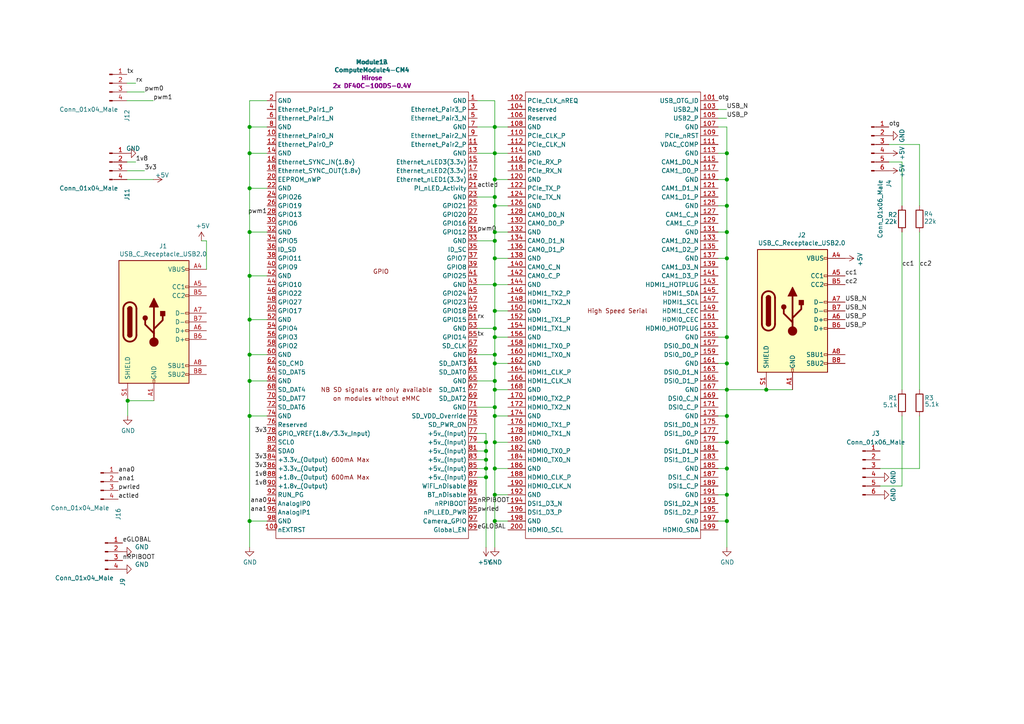
<source format=kicad_sch>
(kicad_sch (version 20250114) (generator "eeschema") (generator_version "9.0")
  (paper "A4")
  (lib_symbols
    (symbol "CM4IO:ComputeModule4-CM4"
      (property "Reference" "Module" (at -0.4572 -98.1964 0))
      (property "Value" "ComputeModule4-CM4" (at -0.762 -93.5228 0))
      (property "Field4" "Hirose" (at -32.3596 0 0))
      (property "Field5" "2x DF40C-100DS-0.4V" (at -32.3596 -2.54 0))
      (symbol "ComputeModule4-CM4_1_0"
        (text "GPIO" (at -32.3596 6.35 0) (effects (font (size 1.27 1.27))))
      )
      (symbol "ComputeModule4-CM4_1_1"
        (rectangle (start -62.8396 -71.12) (end -6.9596 58.42))
        (text "600mA Max" (at -41.2496 -48.26 0) (effects (font (size 1.27 1.27))))
        (text "600mA Max" (at -41.2496 -53.34 0) (effects (font (size 1.27 1.27))))
        (text "NB SD signals are only available" (at -33.6296 -27.94 0) (effects (font (size 1.27 1.27))))
        (text "on modules without eMMC" (at -33.6296 -30.48 0) (effects (font (size 1.27 1.27))))
        (pin power_in line (at -65.3796 55.88 0) (length 2.54) (name "GND") (number "2"))
        (pin passive line (at -65.3796 53.34 0) (length 2.54) (name "Ethernet_Pair1_P") (number "4"))
        (pin passive line (at -65.3796 50.8 0) (length 2.54) (name "Ethernet_Pair1_N") (number "6"))
        (pin power_in line (at -65.3796 48.26 0) (length 2.54) (name "GND") (number "8"))
        (pin passive line (at -65.3796 45.72 0) (length 2.54) (name "Ethernet_Pair0_N") (number "10"))
        (pin passive line (at -65.3796 43.18 0) (length 2.54) (name "Ethernet_Pair0_P") (number "12"))
        (pin power_in line (at -65.3796 40.64 0) (length 2.54) (name "GND") (number "14"))
        (pin input line (at -65.3796 38.1 0) (length 2.54) (name "Ethernet_SYNC_IN(1.8v)") (number "16"))
        (pin input line (at -65.3796 35.56 0) (length 2.54) (name "Ethernet_SYNC_OUT(1.8v)") (number "18"))
        (pin passive line (at -65.3796 33.02 0) (length 2.54) (name "EEPROM_nWP") (number "20"))
        (pin power_in line (at -65.3796 30.48 0) (length 2.54) (name "GND") (number "22"))
        (pin passive line (at -65.3796 27.94 0) (length 2.54) (name "GPIO26") (number "24"))
        (pin passive line (at -65.3796 25.4 0) (length 2.54) (name "GPIO19") (number "26"))
        (pin passive line (at -65.3796 22.86 0) (length 2.54) (name "GPIO13") (number "28"))
        (pin passive line (at -65.3796 20.32 0) (length 2.54) (name "GPIO6") (number "30"))
        (pin power_in line (at -65.3796 17.78 0) (length 2.54) (name "GND") (number "32"))
        (pin passive line (at -65.3796 15.24 0) (length 2.54) (name "GPIO5") (number "34"))
        (pin passive line (at -65.3796 12.7 0) (length 2.54) (name "ID_SD") (number "36"))
        (pin passive line (at -65.3796 10.16 0) (length 2.54) (name "GPIO11") (number "38"))
        (pin passive line (at -65.3796 7.62 0) (length 2.54) (name "GPIO9") (number "40"))
        (pin power_in line (at -65.3796 5.08 0) (length 2.54) (name "GND") (number "42"))
        (pin passive line (at -65.3796 2.54 0) (length 2.54) (name "GPIO10") (number "44"))
        (pin passive line (at -65.3796 0 0) (length 2.54) (name "GPIO22") (number "46"))
        (pin passive line (at -65.3796 -2.54 0) (length 2.54) (name "GPIO27") (number "48"))
        (pin passive line (at -65.3796 -5.08 0) (length 2.54) (name "GPIO17") (number "50"))
        (pin power_in line (at -65.3796 -7.62 0) (length 2.54) (name "GND") (number "52"))
        (pin passive line (at -65.3796 -10.16 0) (length 2.54) (name "GPIO4") (number "54"))
        (pin passive line (at -65.3796 -12.7 0) (length 2.54) (name "GPIO3") (number "56"))
        (pin passive line (at -65.3796 -15.24 0) (length 2.54) (name "GPIO2") (number "58"))
        (pin power_in line (at -65.3796 -17.78 0) (length 2.54) (name "GND") (number "60"))
        (pin passive line (at -65.3796 -20.32 0) (length 2.54) (name "SD_CMD") (number "62"))
        (pin passive line (at -65.3796 -22.86 0) (length 2.54) (name "SD_DAT5") (number "64"))
        (pin power_in line (at -65.3796 -25.4 0) (length 2.54) (name "GND") (number "66"))
        (pin passive line (at -65.3796 -27.94 0) (length 2.54) (name "SD_DAT4") (number "68"))
        (pin passive line (at -65.3796 -30.48 0) (length 2.54) (name "SD_DAT7") (number "70"))
        (pin passive line (at -65.3796 -33.02 0) (length 2.54) (name "SD_DAT6") (number "72"))
        (pin power_in line (at -65.3796 -35.56 0) (length 2.54) (name "GND") (number "74"))
        (pin passive line (at -65.3796 -38.1 0) (length 2.54) (name "Reserved") (number "76"))
        (pin power_in line (at -65.3796 -40.64 0) (length 2.54) (name "GPIO_VREF(1.8v/3.3v_Input)") (number "78"))
        (pin passive line (at -65.3796 -43.18 0) (length 2.54) (name "SCL0") (number "80"))
        (pin passive line (at -65.3796 -45.72 0) (length 2.54) (name "SDA0") (number "82"))
        (pin power_out line (at -65.3796 -48.26 0) (length 2.54) (name "+3.3v_(Output)") (number "84"))
        (pin power_out line (at -65.3796 -50.8 0) (length 2.54) (name "+3.3v_(Output)") (number "86"))
        (pin power_out line (at -65.3796 -53.34 0) (length 2.54) (name "+1.8v_(Output)") (number "88"))
        (pin power_out line (at -65.3796 -55.88 0) (length 2.54) (name "+1.8v_(Output)") (number "90"))
        (pin passive line (at -65.3796 -58.42 0) (length 2.54) (name "RUN_PG") (number "92"))
        (pin passive line (at -65.3796 -60.96 0) (length 2.54) (name "AnalogIP0") (number "94"))
        (pin passive line (at -65.3796 -63.5 0) (length 2.54) (name "AnalogIP1") (number "96"))
        (pin power_in line (at -65.3796 -66.04 0) (length 2.54) (name "GND") (number "98"))
        (pin output line (at -65.3796 -68.58 0) (length 2.54) (name "nEXTRST") (number "100"))
        (pin power_in line (at -4.4196 55.88 180) (length 2.54) (name "GND") (number "1"))
        (pin passive line (at -4.4196 53.34 180) (length 2.54) (name "Ethernet_Pair3_P") (number "3"))
        (pin passive line (at -4.4196 50.8 180) (length 2.54) (name "Ethernet_Pair3_N") (number "5"))
        (pin power_in line (at -4.4196 48.26 180) (length 2.54) (name "GND") (number "7"))
        (pin passive line (at -4.4196 45.72 180) (length 2.54) (name "Ethernet_Pair2_N") (number "9"))
        (pin passive line (at -4.4196 43.18 180) (length 2.54) (name "Ethernet_Pair2_P") (number "11"))
        (pin power_in line (at -4.4196 40.64 180) (length 2.54) (name "GND") (number "13"))
        (pin output line (at -4.4196 38.1 180) (length 2.54) (name "Ethernet_nLED3(3.3v)") (number "15"))
        (pin output line (at -4.4196 35.56 180) (length 2.54) (name "Ethernet_nLED2(3.3v)") (number "17"))
        (pin output line (at -4.4196 33.02 180) (length 2.54) (name "Ethernet_nLED1(3.3v)") (number "19"))
        (pin open_collector line (at -4.4196 30.48 180) (length 2.54) (name "PI_nLED_Activity") (number "21"))
        (pin power_in line (at -4.4196 27.94 180) (length 2.54) (name "GND") (number "23"))
        (pin passive line (at -4.4196 25.4 180) (length 2.54) (name "GPIO21") (number "25"))
        (pin passive line (at -4.4196 22.86 180) (length 2.54) (name "GPIO20") (number "27"))
        (pin passive line (at -4.4196 20.32 180) (length 2.54) (name "GPIO16") (number "29"))
        (pin passive line (at -4.4196 17.78 180) (length 2.54) (name "GPIO12") (number "31"))
        (pin power_in line (at -4.4196 15.24 180) (length 2.54) (name "GND") (number "33"))
        (pin passive line (at -4.4196 12.7 180) (length 2.54) (name "ID_SC") (number "35"))
        (pin passive line (at -4.4196 10.16 180) (length 2.54) (name "GPIO7") (number "37"))
        (pin passive line (at -4.4196 7.62 180) (length 2.54) (name "GPIO8") (number "39"))
        (pin passive line (at -4.4196 5.08 180) (length 2.54) (name "GPIO25") (number "41"))
        (pin power_in line (at -4.4196 2.54 180) (length 2.54) (name "GND") (number "43"))
        (pin passive line (at -4.4196 0 180) (length 2.54) (name "GPIO24") (number "45"))
        (pin passive line (at -4.4196 -2.54 180) (length 2.54) (name "GPIO23") (number "47"))
        (pin passive line (at -4.4196 -5.08 180) (length 2.54) (name "GPIO18") (number "49"))
        (pin passive line (at -4.4196 -7.62 180) (length 2.54) (name "GPIO15") (number "51"))
        (pin power_in line (at -4.4196 -10.16 180) (length 2.54) (name "GND") (number "53"))
        (pin passive line (at -4.4196 -12.7 180) (length 2.54) (name "GPIO14") (number "55"))
        (pin passive line (at -4.4196 -15.24 180) (length 2.54) (name "SD_CLK") (number "57"))
        (pin power_in line (at -4.4196 -17.78 180) (length 2.54) (name "GND") (number "59"))
        (pin passive line (at -4.4196 -20.32 180) (length 2.54) (name "SD_DAT3") (number "61"))
        (pin passive line (at -4.4196 -22.86 180) (length 2.54) (name "SD_DAT0") (number "63"))
        (pin power_in line (at -4.4196 -25.4 180) (length 2.54) (name "GND") (number "65"))
        (pin passive line (at -4.4196 -27.94 180) (length 2.54) (name "SD_DAT1") (number "67"))
        (pin passive line (at -4.4196 -30.48 180) (length 2.54) (name "SD_DAT2") (number "69"))
        (pin power_in line (at -4.4196 -33.02 180) (length 2.54) (name "GND") (number "71"))
        (pin input line (at -4.4196 -35.56 180) (length 2.54) (name "SD_VDD_Override") (number "73"))
        (pin output line (at -4.4196 -38.1 180) (length 2.54) (name "SD_PWR_ON") (number "75"))
        (pin power_in line (at -4.4196 -40.64 180) (length 2.54) (name "+5v_(Input)") (number "77"))
        (pin power_in line (at -4.4196 -43.18 180) (length 2.54) (name "+5v_(Input)") (number "79"))
        (pin power_in line (at -4.4196 -45.72 180) (length 2.54) (name "+5v_(Input)") (number "81"))
        (pin power_in line (at -4.4196 -48.26 180) (length 2.54) (name "+5v_(Input)") (number "83"))
        (pin power_in line (at -4.4196 -50.8 180) (length 2.54) (name "+5v_(Input)") (number "85"))
        (pin power_in line (at -4.4196 -53.34 180) (length 2.54) (name "+5v_(Input)") (number "87"))
        (pin power_in line (at -4.4196 -55.88 180) (length 2.54) (name "WiFi_nDisable") (number "89"))
        (pin power_in line (at -4.4196 -58.42 180) (length 2.54) (name "BT_nDisable") (number "91"))
        (pin input line (at -4.4196 -60.96 180) (length 2.54) (name "nRPIBOOT") (number "93"))
        (pin output line (at -4.4196 -63.5 180) (length 2.54) (name "nPI_LED_PWR") (number "95"))
        (pin passive line (at -4.4196 -66.04 180) (length 2.54) (name "Camera_GPIO") (number "97"))
        (pin input line (at -4.4196 -68.58 180) (length 2.54) (name "Global_EN") (number "99"))
      )
      (symbol "ComputeModule4-CM4_2_1"
        (rectangle (start 9.7028 -71.12) (end 60.5028 58.42))
        (text "High Speed Serial" (at 36.3728 -5.08 0) (effects (font (size 1.27 1.27))))
        (pin input line (at 4.6228 55.88 0) (length 5.08) (name "PCIe_CLK_nREQ") (number "102"))
        (pin passive line (at 4.6228 53.34 0) (length 5.08) (name "Reserved") (number "104"))
        (pin passive line (at 4.6228 50.8 0) (length 5.08) (name "Reserved") (number "106"))
        (pin power_in line (at 4.6228 48.26 0) (length 5.08) (name "GND") (number "108"))
        (pin output line (at 4.6228 45.72 0) (length 5.08) (name "PCIe_CLK_P") (number "110"))
        (pin output line (at 4.6228 43.18 0) (length 5.08) (name "PCIe_CLK_N") (number "112"))
        (pin power_in line (at 4.6228 40.64 0) (length 5.08) (name "GND") (number "114"))
        (pin input line (at 4.6228 38.1 0) (length 5.08) (name "PCIe_RX_P") (number "116"))
        (pin input line (at 4.6228 35.56 0) (length 5.08) (name "PCIe_RX_N") (number "118"))
        (pin power_in line (at 4.6228 33.02 0) (length 5.08) (name "GND") (number "120"))
        (pin output line (at 4.6228 30.48 0) (length 5.08) (name "PCIe_TX_P") (number "122"))
        (pin output line (at 4.6228 27.94 0) (length 5.08) (name "PCIe_TX_N") (number "124"))
        (pin power_in line (at 4.6228 25.4 0) (length 5.08) (name "GND") (number "126"))
        (pin input line (at 4.6228 22.86 0) (length 5.08) (name "CAM0_D0_N") (number "128"))
        (pin input line (at 4.6228 20.32 0) (length 5.08) (name "CAM0_D0_P") (number "130"))
        (pin power_in line (at 4.6228 17.78 0) (length 5.08) (name "GND") (number "132"))
        (pin input line (at 4.6228 15.24 0) (length 5.08) (name "CAM0_D1_N") (number "134"))
        (pin input line (at 4.6228 12.7 0) (length 5.08) (name "CAM0_D1_P") (number "136"))
        (pin power_in line (at 4.6228 10.16 0) (length 5.08) (name "GND") (number "138"))
        (pin input line (at 4.6228 7.62 0) (length 5.08) (name "CAM0_C_N") (number "140"))
        (pin input line (at 4.6228 5.08 0) (length 5.08) (name "CAM0_C_P") (number "142"))
        (pin power_in line (at 4.6228 2.54 0) (length 5.08) (name "GND") (number "144"))
        (pin output line (at 4.6228 0 0) (length 5.08) (name "HDMI1_TX2_P") (number "146"))
        (pin output line (at 4.6228 -2.54 0) (length 5.08) (name "HDMI1_TX2_N") (number "148"))
        (pin power_in line (at 4.6228 -5.08 0) (length 5.08) (name "GND") (number "150"))
        (pin output line (at 4.6228 -7.62 0) (length 5.08) (name "HDMI1_TX1_P") (number "152"))
        (pin output line (at 4.6228 -10.16 0) (length 5.08) (name "HDMI1_TX1_N") (number "154"))
        (pin power_in line (at 4.6228 -12.7 0) (length 5.08) (name "GND") (number "156"))
        (pin output line (at 4.6228 -15.24 0) (length 5.08) (name "HDMI1_TX0_P") (number "158"))
        (pin output line (at 4.6228 -17.78 0) (length 5.08) (name "HDMI1_TX0_N") (number "160"))
        (pin power_in line (at 4.6228 -20.32 0) (length 5.08) (name "GND") (number "162"))
        (pin output line (at 4.6228 -22.86 0) (length 5.08) (name "HDMI1_CLK_P") (number "164"))
        (pin output line (at 4.6228 -25.4 0) (length 5.08) (name "HDMI1_CLK_N") (number "166"))
        (pin power_in line (at 4.6228 -27.94 0) (length 5.08) (name "GND") (number "168"))
        (pin output line (at 4.6228 -30.48 0) (length 5.08) (name "HDMI0_TX2_P") (number "170"))
        (pin output line (at 4.6228 -33.02 0) (length 5.08) (name "HDMI0_TX2_N") (number "172"))
        (pin power_in line (at 4.6228 -35.56 0) (length 5.08) (name "GND") (number "174"))
        (pin output line (at 4.6228 -38.1 0) (length 5.08) (name "HDMI0_TX1_P") (number "176"))
        (pin output line (at 4.6228 -40.64 0) (length 5.08) (name "HDMI0_TX1_N") (number "178"))
        (pin power_in line (at 4.6228 -43.18 0) (length 5.08) (name "GND") (number "180"))
        (pin output line (at 4.6228 -45.72 0) (length 5.08) (name "HDMI0_TX0_P") (number "182"))
        (pin output line (at 4.6228 -48.26 0) (length 5.08) (name "HDMI0_TX0_N") (number "184"))
        (pin power_in line (at 4.6228 -50.8 0) (length 5.08) (name "GND") (number "186"))
        (pin output line (at 4.6228 -53.34 0) (length 5.08) (name "HDMI0_CLK_P") (number "188"))
        (pin output line (at 4.6228 -55.88 0) (length 5.08) (name "HDMI0_CLK_N") (number "190"))
        (pin power_in line (at 4.6228 -58.42 0) (length 5.08) (name "GND") (number "192"))
        (pin output line (at 4.6228 -60.96 0) (length 5.08) (name "DSI1_D3_N") (number "194"))
        (pin output line (at 4.6228 -63.5 0) (length 5.08) (name "DSI1_D3_P") (number "196"))
        (pin power_in line (at 4.6228 -66.04 0) (length 5.08) (name "GND") (number "198"))
        (pin open_collector line (at 4.6228 -68.58 0) (length 5.08) (name "HDMI0_SCL") (number "200"))
        (pin input line (at 65.5828 55.88 180) (length 5.08) (name "USB_OTG_ID") (number "101"))
        (pin passive line (at 65.5828 53.34 180) (length 5.08) (name "USB2_N") (number "103"))
        (pin passive line (at 65.5828 50.8 180) (length 5.08) (name "USB2_P") (number "105"))
        (pin power_in line (at 65.5828 48.26 180) (length 5.08) (name "GND") (number "107"))
        (pin bidirectional line (at 65.5828 45.72 180) (length 5.08) (name "PCIe_nRST") (number "109"))
        (pin passive line (at 65.5828 43.18 180) (length 5.08) (name "VDAC_COMP") (number "111"))
        (pin power_in line (at 65.5828 40.64 180) (length 5.08) (name "GND") (number "113"))
        (pin input line (at 65.5828 38.1 180) (length 5.08) (name "CAM1_D0_N") (number "115"))
        (pin input line (at 65.5828 35.56 180) (length 5.08) (name "CAM1_D0_P") (number "117"))
        (pin power_in line (at 65.5828 33.02 180) (length 5.08) (name "GND") (number "119"))
        (pin input line (at 65.5828 30.48 180) (length 5.08) (name "CAM1_D1_N") (number "121"))
        (pin input line (at 65.5828 27.94 180) (length 5.08) (name "CAM1_D1_P") (number "123"))
        (pin power_in line (at 65.5828 25.4 180) (length 5.08) (name "GND") (number "125"))
        (pin input line (at 65.5828 22.86 180) (length 5.08) (name "CAM1_C_N") (number "127"))
        (pin input line (at 65.5828 20.32 180) (length 5.08) (name "CAM1_C_P") (number "129"))
        (pin power_in line (at 65.5828 17.78 180) (length 5.08) (name "GND") (number "131"))
        (pin input line (at 65.5828 15.24 180) (length 5.08) (name "CAM1_D2_N") (number "133"))
        (pin input line (at 65.5828 12.7 180) (length 5.08) (name "CAM1_D2_P") (number "135"))
        (pin power_in line (at 65.5828 10.16 180) (length 5.08) (name "GND") (number "137"))
        (pin input line (at 65.5828 7.62 180) (length 5.08) (name "CAM1_D3_N") (number "139"))
        (pin input line (at 65.5828 5.08 180) (length 5.08) (name "CAM1_D3_P") (number "141"))
        (pin input line (at 65.5828 2.54 180) (length 5.08) (name "HDMI1_HOTPLUG") (number "143"))
        (pin bidirectional line (at 65.5828 0 180) (length 5.08) (name "HDMI1_SDA") (number "145"))
        (pin open_collector line (at 65.5828 -2.54 180) (length 5.08) (name "HDMI1_SCL") (number "147"))
        (pin open_collector line (at 65.5828 -5.08 180) (length 5.08) (name "HDMI1_CEC") (number "149"))
        (pin open_collector line (at 65.5828 -7.62 180) (length 5.08) (name "HDMI0_CEC") (number "151"))
        (pin input line (at 65.5828 -10.16 180) (length 5.08) (name "HDMI0_HOTPLUG") (number "153"))
        (pin power_in line (at 65.5828 -12.7 180) (length 5.08) (name "GND") (number "155"))
        (pin output line (at 65.5828 -15.24 180) (length 5.08) (name "DSI0_D0_N") (number "157"))
        (pin output line (at 65.5828 -17.78 180) (length 5.08) (name "DSI0_D0_P") (number "159"))
        (pin power_in line (at 65.5828 -20.32 180) (length 5.08) (name "GND") (number "161"))
        (pin output line (at 65.5828 -22.86 180) (length 5.08) (name "DSI0_D1_N") (number "163"))
        (pin output line (at 65.5828 -25.4 180) (length 5.08) (name "DSI0_D1_P") (number "165"))
        (pin power_in line (at 65.5828 -27.94 180) (length 5.08) (name "GND") (number "167"))
        (pin output line (at 65.5828 -30.48 180) (length 5.08) (name "DSI0_C_N") (number "169"))
        (pin output line (at 65.5828 -33.02 180) (length 5.08) (name "DSI0_C_P") (number "171"))
        (pin power_in line (at 65.5828 -35.56 180) (length 5.08) (name "GND") (number "173"))
        (pin output line (at 65.5828 -38.1 180) (length 5.08) (name "DSI1_D0_N") (number "175"))
        (pin output line (at 65.5828 -40.64 180) (length 5.08) (name "DSI1_D0_P") (number "177"))
        (pin power_in line (at 65.5828 -43.18 180) (length 5.08) (name "GND") (number "179"))
        (pin output line (at 65.5828 -45.72 180) (length 5.08) (name "DSI1_D1_N") (number "181"))
        (pin output line (at 65.5828 -48.26 180) (length 5.08) (name "DSI1_D1_P") (number "183"))
        (pin power_in line (at 65.5828 -50.8 180) (length 5.08) (name "GND") (number "185"))
        (pin output line (at 65.5828 -53.34 180) (length 5.08) (name "DSI1_C_N") (number "187"))
        (pin output line (at 65.5828 -55.88 180) (length 5.08) (name "DSI1_C_P") (number "189"))
        (pin power_in line (at 65.5828 -58.42 180) (length 5.08) (name "GND") (number "191"))
        (pin output line (at 65.5828 -60.96 180) (length 5.08) (name "DSI1_D2_N") (number "193"))
        (pin output line (at 65.5828 -63.5 180) (length 5.08) (name "DSI1_D2_P") (number "195"))
        (pin power_in line (at 65.5828 -66.04 180) (length 5.08) (name "GND") (number "197"))
        (pin bidirectional line (at 65.5828 -68.58 180) (length 5.08) (name "HDMI0_SDA") (number "199"))
      )
    )
    (symbol "Connector:Conn_01x04_Male" (pin_names (offset 1.016) (hide yes))
      (property "Reference" "J" (at 0 5.08 0))
      (property "Value" "Conn_01x04_Male" (at 0 -7.62 0))
      (symbol "Conn_01x04_Male_1_1"
        (rectangle (start 0.8636 2.667) (end 0 2.413) (stroke (width 0.1524)) (fill (type outline)))
        (rectangle (start 0.8636 0.127) (end 0 -0.127) (stroke (width 0.1524)) (fill (type outline)))
        (rectangle (start 0.8636 -2.413) (end 0 -2.667) (stroke (width 0.1524)) (fill (type outline)))
        (rectangle (start 0.8636 -4.953) (end 0 -5.207) (stroke (width 0.1524)) (fill (type outline)))
        (polyline (pts (xy 1.27 2.54) (xy 0.8636 2.54)) (stroke (width 0.1524)))
        (polyline (pts (xy 1.27 0) (xy 0.8636 0)) (stroke (width 0.1524)))
        (polyline (pts (xy 1.27 -2.54) (xy 0.8636 -2.54)) (stroke (width 0.1524)))
        (polyline (pts (xy 1.27 -5.08) (xy 0.8636 -5.08)) (stroke (width 0.1524)))
        (pin passive line (at 5.08 2.54 180) (length 3.81) (name "Pin_1") (number "1"))
        (pin passive line (at 5.08 0 180) (length 3.81) (name "Pin_2") (number "2"))
        (pin passive line (at 5.08 -2.54 180) (length 3.81) (name "Pin_3") (number "3"))
        (pin passive line (at 5.08 -5.08 180) (length 3.81) (name "Pin_4") (number "4"))
      )
    )
    (symbol "Connector:Conn_01x06_Male" (pin_names (offset 1.016) (hide yes))
      (property "Reference" "J" (at 0 7.62 0))
      (property "Value" "Conn_01x06_Male" (at 0 -10.16 0))
      (symbol "Conn_01x06_Male_1_1"
        (rectangle (start 0.8636 5.207) (end 0 4.953) (stroke (width 0.1524)) (fill (type outline)))
        (rectangle (start 0.8636 2.667) (end 0 2.413) (stroke (width 0.1524)) (fill (type outline)))
        (rectangle (start 0.8636 0.127) (end 0 -0.127) (stroke (width 0.1524)) (fill (type outline)))
        (rectangle (start 0.8636 -2.413) (end 0 -2.667) (stroke (width 0.1524)) (fill (type outline)))
        (rectangle (start 0.8636 -4.953) (end 0 -5.207) (stroke (width 0.1524)) (fill (type outline)))
        (rectangle (start 0.8636 -7.493) (end 0 -7.747) (stroke (width 0.1524)) (fill (type outline)))
        (polyline (pts (xy 1.27 5.08) (xy 0.8636 5.08)) (stroke (width 0.1524)))
        (polyline (pts (xy 1.27 2.54) (xy 0.8636 2.54)) (stroke (width 0.1524)))
        (polyline (pts (xy 1.27 0) (xy 0.8636 0)) (stroke (width 0.1524)))
        (polyline (pts (xy 1.27 -2.54) (xy 0.8636 -2.54)) (stroke (width 0.1524)))
        (polyline (pts (xy 1.27 -5.08) (xy 0.8636 -5.08)) (stroke (width 0.1524)))
        (polyline (pts (xy 1.27 -7.62) (xy 0.8636 -7.62)) (stroke (width 0.1524)))
        (pin passive line (at 5.08 5.08 180) (length 3.81) (name "Pin_1") (number "1"))
        (pin passive line (at 5.08 2.54 180) (length 3.81) (name "Pin_2") (number "2"))
        (pin passive line (at 5.08 0 180) (length 3.81) (name "Pin_3") (number "3"))
        (pin passive line (at 5.08 -2.54 180) (length 3.81) (name "Pin_4") (number "4"))
        (pin passive line (at 5.08 -5.08 180) (length 3.81) (name "Pin_5") (number "5"))
        (pin passive line (at 5.08 -7.62 180) (length 3.81) (name "Pin_6") (number "6"))
      )
    )
    (symbol "Connector:USB_C_Receptacle_USB2.0" (pin_names (offset 1.016))
      (property "Reference" "J" (at -10.16 19.05 0))
      (property "Value" "USB_C_Receptacle_USB2.0" (at 19.05 19.05 0))
      (symbol "USB_C_Receptacle_USB2.0_0_0"
        (rectangle (start -0.254 -17.78) (end 0.254 -16.764))
        (rectangle (start 10.16 15.494) (end 9.144 14.986))
        (rectangle (start 10.16 10.414) (end 9.144 9.906))
        (rectangle (start 10.16 7.874) (end 9.144 7.366))
        (rectangle (start 10.16 2.794) (end 9.144 2.286))
        (rectangle (start 10.16 0.254) (end 9.144 -0.254))
        (rectangle (start 10.16 -2.286) (end 9.144 -2.794))
        (rectangle (start 10.16 -4.826) (end 9.144 -5.334))
        (rectangle (start 10.16 -12.446) (end 9.144 -12.954))
        (rectangle (start 10.16 -14.986) (end 9.144 -15.494))
      )
      (symbol "USB_C_Receptacle_USB2.0_0_1"
        (rectangle (start -10.16 17.78) (end 10.16 -17.78) (stroke (width 0.254)) (fill (type background)))
        (polyline (pts (xy -8.89 -3.81) (xy -8.89 3.81)) (stroke (width 0.508)))
        (rectangle (start -7.62 -3.81) (end -6.35 3.81) (stroke (width 0.254)) (fill (type outline)))
        (arc (start -8.89 3.81) (mid -6.985 5.715) (end -5.08 3.81) (stroke (width 0.508)))
        (arc (start -7.62 3.81) (mid -6.985 4.445) (end -6.35 3.81) (stroke (width 0.254)))
        (arc (start -7.62 3.81) (mid -6.985 4.445) (end -6.35 3.81) (stroke (width 0.254)) (fill (type outline)))
        (arc (start -6.35 -3.81) (mid -6.985 -4.445) (end -7.62 -3.81) (stroke (width 0.254)))
        (arc (start -6.35 -3.81) (mid -6.985 -4.445) (end -7.62 -3.81) (stroke (width 0.254)) (fill (type outline)))
        (arc (start -5.08 -3.81) (mid -6.985 -5.715) (end -8.89 -3.81) (stroke (width 0.508)))
        (polyline (pts (xy -5.08 3.81) (xy -5.08 -3.81)) (stroke (width 0.508)))
        (circle (center -2.54 1.143) (radius 0.635) (stroke (width 0.254)) (fill (type outline)))
        (polyline (pts (xy -1.27 4.318) (xy 0 6.858) (xy 1.27 4.318) (xy -1.27 4.318)) (stroke (width 0.254)) (fill (type outline)))
        (polyline (pts (xy 0 -2.032) (xy 2.54 0.508) (xy 2.54 1.778)) (stroke (width 0.508)))
        (polyline (pts (xy 0 -3.302) (xy -2.54 -0.762) (xy -2.54 0.508)) (stroke (width 0.508)))
        (polyline (pts (xy 0 -5.842) (xy 0 4.318)) (stroke (width 0.508)))
        (circle (center 0 -5.842) (radius 1.27) (fill (type outline)))
        (rectangle (start 1.905 1.778) (end 3.175 3.048) (stroke (width 0.254)) (fill (type outline)))
      )
      (symbol "USB_C_Receptacle_USB2.0_1_1"
        (pin passive line (at -7.62 -22.86 90) (length 5.08) (name "SHIELD") (number "S1"))
        (pin passive line (at 0 -22.86 90) (length 5.08) (name "GND") (number "A1"))
        (pin passive line (at 0 -22.86 90) (length 5.08) (hide yes) (name "GND") (number "A12"))
        (pin passive line (at 0 -22.86 90) (length 5.08) (hide yes) (name "GND") (number "B1"))
        (pin passive line (at 0 -22.86 90) (length 5.08) (hide yes) (name "GND") (number "B12"))
        (pin passive line (at 15.24 15.24 180) (length 5.08) (name "VBUS") (number "A4"))
        (pin passive line (at 15.24 15.24 180) (length 5.08) (hide yes) (name "VBUS") (number "A9"))
        (pin passive line (at 15.24 15.24 180) (length 5.08) (hide yes) (name "VBUS") (number "B4"))
        (pin passive line (at 15.24 15.24 180) (length 5.08) (hide yes) (name "VBUS") (number "B9"))
        (pin bidirectional line (at 15.24 10.16 180) (length 5.08) (name "CC1") (number "A5"))
        (pin bidirectional line (at 15.24 7.62 180) (length 5.08) (name "CC2") (number "B5"))
        (pin bidirectional line (at 15.24 2.54 180) (length 5.08) (name "D-") (number "A7"))
        (pin bidirectional line (at 15.24 0 180) (length 5.08) (name "D-") (number "B7"))
        (pin bidirectional line (at 15.24 -2.54 180) (length 5.08) (name "D+") (number "A6"))
        (pin bidirectional line (at 15.24 -5.08 180) (length 5.08) (name "D+") (number "B6"))
        (pin bidirectional line (at 15.24 -12.7 180) (length 5.08) (name "SBU1") (number "A8"))
        (pin bidirectional line (at 15.24 -15.24 180) (length 5.08) (name "SBU2") (number "B8"))
      )
    )
    (symbol "Device:R" (pin_numbers (hide yes)) (pin_names (offset 0))
      (property "Reference" "R" (at 2.032 0 90))
      (property "Value" "R" (at 0 0 90))
      (symbol "R_0_1"
        (rectangle (start -1.016 -2.54) (end 1.016 2.54) (stroke (width 0.254)))
      )
      (symbol "R_1_1"
        (pin passive line (at 0 3.81 270) (length 1.27) (name "~") (number "1"))
        (pin passive line (at 0 -3.81 90) (length 1.27) (name "~") (number "2"))
      )
    )
    (symbol "power:+5V" (power) (pin_names (offset 0))
      (property "Value" "+5V" (at 0 3.556 0))
      (symbol "+5V_0_1"
        (polyline (pts (xy -0.762 1.27) (xy 0 2.54)))
        (polyline (pts (xy 0 2.54) (xy 0.762 1.27)))
        (polyline (pts (xy 0 0) (xy 0 2.54)))
      )
      (symbol "+5V_1_1"
        (pin power_in line (at 0 0 90) (length 0) (hide yes) (name "+5V") (number "1"))
      )
    )
    (symbol "power:GND" (power) (pin_names (offset 0))
      (property "Value" "GND" (at 0 -3.81 0))
      (symbol "GND_0_1"
        (polyline (pts (xy 0 0) (xy 0 -1.27) (xy 1.27 -1.27) (xy 0 -2.54) (xy -1.27 -1.27) (xy 0 -1.27)))
      )
      (symbol "GND_1_1"
        (pin power_in line (at 0 0 270) (length 0) (hide yes) (name "GND") (number "1"))
      )
    )
  )
  (junction (at 210.82 105.41) (diameter 1.016))
  (junction (at 72.39 92.71) (diameter 1.016))
  (junction (at 143.51 69.85) (diameter 1.016))
  (junction (at 210.82 52.07) (diameter 1.016))
  (junction (at 143.51 105.41) (diameter 1.016))
  (junction (at 72.39 102.87) (diameter 1.016))
  (junction (at 143.51 82.55) (diameter 1.016))
  (junction (at 143.51 97.79) (diameter 1.016))
  (junction (at 143.51 120.65) (diameter 1.016))
  (junction (at 72.39 67.31) (diameter 1.016))
  (junction (at 143.51 102.87) (diameter 1.016))
  (junction (at 143.51 36.83) (diameter 1.016))
  (junction (at 72.39 54.61) (diameter 1.016))
  (junction (at 72.39 110.49) (diameter 1.016))
  (junction (at 210.82 67.31) (diameter 1.016))
  (junction (at 210.82 143.51) (diameter 1.016))
  (junction (at 210.82 44.45) (diameter 1.016))
  (junction (at 210.82 135.89) (diameter 1.016))
  (junction (at 210.82 120.65) (diameter 1.016))
  (junction (at 143.51 95.25) (diameter 1.016))
  (junction (at 210.82 151.13) (diameter 1.016))
  (junction (at 143.51 113.03) (diameter 1.016))
  (junction (at 143.51 151.13) (diameter 1.016))
  (junction (at 143.51 59.69) (diameter 1.016))
  (junction (at 37.0332 116.2304) (diameter 1.016))
  (junction (at 210.82 74.93) (diameter 1.016))
  (junction (at 143.51 143.51) (diameter 1.016))
  (junction (at 143.51 57.15) (diameter 1.016))
  (junction (at 210.82 59.69) (diameter 1.016))
  (junction (at 72.39 36.83) (diameter 1.016))
  (junction (at 143.51 110.49) (diameter 1.016))
  (junction (at 140.97 130.81) (diameter 1.016))
  (junction (at 143.51 74.93) (diameter 1.016))
  (junction (at 143.51 128.27) (diameter 1.016))
  (junction (at 143.51 52.07) (diameter 1.016))
  (junction (at 143.51 44.45) (diameter 1.016))
  (junction (at 143.51 67.31) (diameter 1.016))
  (junction (at 140.97 128.27) (diameter 1.016))
  (junction (at 222.25 113.03) (diameter 1.016))
  (junction (at 72.39 80.01) (diameter 1.016))
  (junction (at 210.82 97.79) (diameter 1.016))
  (junction (at 140.97 133.35) (diameter 1.016))
  (junction (at 210.82 128.27) (diameter 1.016))
  (junction (at 72.39 44.45) (diameter 1.016))
  (junction (at 143.51 118.11) (diameter 1.016))
  (junction (at 140.97 138.43) (diameter 1.016))
  (junction (at 143.51 90.17) (diameter 1.016))
  (junction (at 72.39 120.65) (diameter 1.016))
  (junction (at 72.39 151.13) (diameter 1.016))
  (junction (at 140.97 135.89) (diameter 1.016))
  (junction (at 210.82 113.03) (diameter 1.016))
  (junction (at 143.51 135.89) (diameter 1.016))
  (wire (pts (xy 208.28 36.83) (xy 210.82 36.83)))
  (wire (pts (xy 140.97 133.35) (xy 140.97 135.89)))
  (wire (pts (xy 143.51 120.65) (xy 147.32 120.65)))
  (wire (pts (xy 208.28 31.75) (xy 210.7184 31.75)))
  (wire (pts (xy 208.28 97.79) (xy 210.82 97.79)))
  (wire (pts (xy 138.43 125.73) (xy 140.97 125.73)))
  (wire (pts (xy 143.51 52.07) (xy 147.32 52.07)))
  (wire (pts (xy 143.51 44.45) (xy 147.32 44.45)))
  (wire (pts (xy 77.47 120.65) (xy 72.39 120.65)))
  (wire (pts (xy 143.51 44.45) (xy 143.51 52.07)))
  (wire (pts (xy 143.51 143.51) (xy 147.32 143.51)))
  (wire (pts (xy 257.81 41.91) (xy 266.7 41.91)))
  (wire (pts (xy 208.28 74.93) (xy 210.82 74.93)))
  (wire (pts (xy 72.39 151.13) (xy 72.39 120.65)))
  (wire (pts (xy 143.51 67.31) (xy 147.32 67.31)))
  (wire (pts (xy 72.39 102.87) (xy 72.39 92.71)))
  (wire (pts (xy 143.51 82.55) (xy 147.32 82.55)))
  (wire (pts (xy 143.51 82.55) (xy 143.51 90.17)))
  (wire (pts (xy 208.28 44.45) (xy 210.82 44.45)))
  (wire (pts (xy 138.43 135.89) (xy 140.97 135.89)))
  (wire (pts (xy 143.51 105.41) (xy 143.51 110.49)))
  (wire (pts (xy 138.43 102.87) (xy 143.51 102.87)))
  (wire (pts (xy 138.43 36.83) (xy 143.51 36.83)))
  (wire (pts (xy 59.8932 78.1304) (xy 59.8932 69.85)))
  (wire (pts (xy 147.32 74.93) (xy 143.51 74.93)))
  (wire (pts (xy 210.82 74.93) (xy 210.82 67.31)))
  (wire (pts (xy 36.83 49.53) (xy 41.91 49.53)))
  (wire (pts (xy 41.91 26.67) (xy 36.83 26.67)))
  (wire (pts (xy 208.28 151.13) (xy 210.82 151.13)))
  (wire (pts (xy 266.7 120.65) (xy 266.7 135.89)))
  (wire (pts (xy 138.43 133.35) (xy 140.97 133.35)))
  (wire (pts (xy 77.47 44.45) (xy 72.39 44.45)))
  (wire (pts (xy 208.28 67.31) (xy 210.82 67.31)))
  (wire (pts (xy 210.82 151.13) (xy 210.82 143.51)))
  (wire (pts (xy 77.47 151.13) (xy 72.39 151.13)))
  (wire (pts (xy 39.37 24.13) (xy 36.83 24.13)))
  (wire (pts (xy 143.51 29.21) (xy 138.43 29.21)))
  (wire (pts (xy 143.51 29.21) (xy 143.51 36.83)))
  (wire (pts (xy 208.28 135.89) (xy 210.82 135.89)))
  (wire (pts (xy 140.97 130.81) (xy 140.97 133.35)))
  (wire (pts (xy 36.83 46.99) (xy 39.37 46.99)))
  (wire (pts (xy 210.82 113.03) (xy 222.25 113.03)))
  (wire (pts (xy 210.82 143.51) (xy 210.82 135.89)))
  (wire (pts (xy 143.51 52.07) (xy 143.51 57.15)))
  (wire (pts (xy 147.32 59.69) (xy 143.51 59.69)))
  (wire (pts (xy 77.47 110.49) (xy 72.39 110.49)))
  (wire (pts (xy 72.39 102.87) (xy 77.47 102.87)))
  (wire (pts (xy 72.39 54.61) (xy 72.39 44.45)))
  (wire (pts (xy 37.0332 116.2304) (xy 37.0332 120.5992)))
  (wire (pts (xy 37.0332 116.2304) (xy 44.6532 116.2304)))
  (wire (pts (xy 210.82 128.27) (xy 210.82 120.65)))
  (wire (pts (xy 210.82 52.07) (xy 210.82 44.45)))
  (wire (pts (xy 58.42 69.85) (xy 59.8932 69.85)))
  (wire (pts (xy 143.51 59.69) (xy 143.51 67.31)))
  (wire (pts (xy 143.51 69.85) (xy 138.43 69.85)))
  (wire (pts (xy 210.82 105.41) (xy 210.82 97.79)))
  (wire (pts (xy 44.45 29.21) (xy 36.83 29.21)))
  (wire (pts (xy 143.51 135.89) (xy 147.32 135.89)))
  (wire (pts (xy 143.51 135.89) (xy 143.51 128.27)))
  (wire (pts (xy 208.28 128.27) (xy 210.82 128.27)))
  (wire (pts (xy 208.28 59.69) (xy 210.82 59.69)))
  (wire (pts (xy 208.28 143.51) (xy 210.82 143.51)))
  (wire (pts (xy 143.51 59.69) (xy 143.51 57.15)))
  (wire (pts (xy 72.39 67.31) (xy 77.47 67.31)))
  (wire (pts (xy 210.82 59.69) (xy 210.82 52.07)))
  (wire (pts (xy 255.27 140.97) (xy 261.62 140.97)))
  (wire (pts (xy 138.43 130.81) (xy 140.97 130.81)))
  (wire (pts (xy 143.51 102.87) (xy 143.51 105.41)))
  (wire (pts (xy 143.51 113.03) (xy 143.51 118.11)))
  (wire (pts (xy 255.27 135.89) (xy 266.7 135.89)))
  (wire (pts (xy 210.82 151.13) (xy 210.82 158.75)))
  (wire (pts (xy 261.62 67.31) (xy 261.62 113.03)))
  (wire (pts (xy 72.39 44.45) (xy 72.39 36.83)))
  (wire (pts (xy 143.51 74.93) (xy 143.51 82.55)))
  (wire (pts (xy 143.51 44.45) (xy 138.43 44.45)))
  (wire (pts (xy 77.47 29.21) (xy 72.39 29.21)))
  (wire (pts (xy 72.39 120.65) (xy 72.39 110.49)))
  (wire (pts (xy 143.51 118.11) (xy 143.51 120.65)))
  (wire (pts (xy 210.82 67.31) (xy 210.82 59.69)))
  (wire (pts (xy 72.39 110.49) (xy 72.39 102.87)))
  (wire (pts (xy 140.97 138.43) (xy 138.43 138.43)))
  (wire (pts (xy 72.39 29.21) (xy 72.39 36.83)))
  (wire (pts (xy 143.51 143.51) (xy 143.51 135.89)))
  (wire (pts (xy 143.51 110.49) (xy 143.51 113.03)))
  (wire (pts (xy 72.39 80.01) (xy 72.39 67.31)))
  (wire (pts (xy 138.43 128.27) (xy 140.97 128.27)))
  (wire (pts (xy 77.47 92.71) (xy 72.39 92.71)))
  (wire (pts (xy 72.39 92.71) (xy 72.39 80.01)))
  (wire (pts (xy 72.39 67.31) (xy 72.39 54.61)))
  (wire (pts (xy 147.32 151.13) (xy 143.51 151.13)))
  (wire (pts (xy 143.51 90.17) (xy 143.51 95.25)))
  (wire (pts (xy 143.51 95.25) (xy 138.43 95.25)))
  (wire (pts (xy 72.39 151.13) (xy 72.39 158.75)))
  (wire (pts (xy 208.28 105.41) (xy 210.82 105.41)))
  (wire (pts (xy 36.83 52.07) (xy 44.45 52.07)))
  (wire (pts (xy 266.7 41.91) (xy 266.7 59.69)))
  (wire (pts (xy 257.81 46.99) (xy 261.62 46.99)))
  (wire (pts (xy 77.47 54.61) (xy 72.39 54.61)))
  (wire (pts (xy 208.28 52.07) (xy 210.82 52.07)))
  (wire (pts (xy 208.28 34.29) (xy 210.7692 34.29)))
  (wire (pts (xy 261.62 120.65) (xy 261.62 140.97)))
  (wire (pts (xy 143.51 36.83) (xy 143.51 44.45)))
  (wire (pts (xy 143.51 151.13) (xy 143.51 158.75)))
  (wire (pts (xy 143.51 57.15) (xy 138.43 57.15)))
  (wire (pts (xy 143.51 128.27) (xy 147.32 128.27)))
  (wire (pts (xy 138.43 82.55) (xy 143.51 82.55)))
  (wire (pts (xy 143.51 90.17) (xy 147.32 90.17)))
  (wire (pts (xy 77.47 80.01) (xy 72.39 80.01)))
  (wire (pts (xy 208.28 113.03) (xy 210.82 113.03)))
  (wire (pts (xy 140.97 128.27) (xy 140.97 130.81)))
  (wire (pts (xy 143.51 151.13) (xy 143.51 143.51)))
  (wire (pts (xy 143.51 67.31) (xy 143.51 69.85)))
  (wire (pts (xy 210.82 113.03) (xy 210.82 105.41)))
  (wire (pts (xy 143.51 120.65) (xy 143.51 128.27)))
  (wire (pts (xy 143.51 95.25) (xy 143.51 97.79)))
  (wire (pts (xy 72.39 36.83) (xy 77.47 36.83)))
  (wire (pts (xy 261.62 46.99) (xy 261.62 59.69)))
  (wire (pts (xy 222.25 113.03) (xy 229.87 113.03)))
  (wire (pts (xy 143.51 36.83) (xy 147.32 36.83)))
  (wire (pts (xy 210.82 36.83) (xy 210.82 44.45)))
  (wire (pts (xy 143.51 110.49) (xy 138.43 110.49)))
  (wire (pts (xy 210.82 135.89) (xy 210.82 128.27)))
  (wire (pts (xy 143.51 118.11) (xy 138.43 118.11)))
  (wire (pts (xy 143.51 74.93) (xy 143.51 69.85)))
  (wire (pts (xy 140.97 138.43) (xy 140.97 158.75)))
  (wire (pts (xy 143.51 113.03) (xy 147.32 113.03)))
  (wire (pts (xy 210.82 113.03) (xy 210.82 120.65)))
  (wire (pts (xy 266.7 67.31) (xy 266.7 113.03)))
  (wire (pts (xy 143.51 97.79) (xy 143.51 102.87)))
  (wire (pts (xy 143.51 105.41) (xy 147.32 105.41)))
  (wire (pts (xy 140.97 135.89) (xy 140.97 138.43)))
  (wire (pts (xy 143.51 97.79) (xy 147.32 97.79)))
  (wire (pts (xy 210.82 97.79) (xy 210.82 74.93)))
  (wire (pts (xy 140.97 125.73) (xy 140.97 128.27)))
  (wire (pts (xy 208.28 120.65) (xy 210.82 120.65)))
  (label "1v8" (at 39.37 46.99 0))
  (label "ana0" (at 77.47 146.05 180))
  (label "3v3" (at 77.47 133.35 180))
  (label "tx" (at 36.83 21.59 0))
  (label "USB_P" (at 245.11 95.25 0))
  (label "pwm1" (at 44.45 29.21 0))
  (label "pwm1" (at 77.47 62.23 180))
  (label "ana1" (at 77.47 148.59 180))
  (label "otg" (at 257.81 36.83 0))
  (label "USB_N" (at 245.11 90.17 0))
  (label "cc1" (at 261.62 77.47 0))
  (label "3v3" (at 77.47 125.73 180))
  (label "1v8" (at 77.47 140.97 180))
  (label "cc2" (at 245.11 82.55 0))
  (label "rx" (at 138.43 92.71 0))
  (label "cc1" (at 245.11 80.01 0))
  (label "3v3" (at 41.91 49.53 0))
  (label "pwrled" (at 34.29 142.24 0))
  (label "nRPIBOOT" (at 138.43 146.05 0))
  (label "USB_P" (at 210.7692 34.29 0))
  (label "pwrled" (at 138.43 148.59 0))
  (label "actled" (at 34.29 144.78 0))
  (label "ana0" (at 34.29 137.16 0))
  (label "nRPIBOOT" (at 35.56 162.56 0))
  (label "eGLOBAL" (at 138.43 153.67 0))
  (label "3v3" (at 77.47 135.89 180))
  (label "eGLOBAL" (at 35.56 157.48 0))
  (label "USB_N" (at 210.7184 31.75 0))
  (label "1v8" (at 77.47 138.43 180))
  (label "actled" (at 138.43 54.61 0))
  (label "rx" (at 39.37 24.13 0))
  (label "tx" (at 138.43 97.79 0))
  (label "USB_N" (at 245.11 87.63 0))
  (label "pwm0" (at 41.91 26.67 0))
  (label "otg" (at 208.28 29.21 0))
  (label "ana1" (at 34.29 139.7 0))
  (label "pwm0" (at 138.43 67.31 0))
  (label "cc2" (at 266.7 77.47 0))
  (label "USB_P" (at 245.11 92.71 0))
  (symbol (lib_id "Connector:Conn_01x06_Male") (at 252.73 41.91 0) (unit 1)
    (property "Reference" "J4" (at 257.81 52.07 90) (effects (justify right)))
    (property "Value" "Conn_01x06_Male" (at 255.27 52.07 90) (effects (justify right)))
    (property "Footprint" "Connector_PinHeader_2.54mm:PinHeader_1x06_P2.54mm_Vertical" (effects (hide yes)))
  )
  (symbol (lib_id "Connector:Conn_01x06_Male") (at 250.19 135.89 0) (unit 1)
    (property "Reference" "J3" (at 254 125.73 0))
    (property "Value" "Conn_01x06_Male" (at 254 128.27 0))
    (property "Footprint" "Connector_PinHeader_2.54mm:PinHeader_1x06_P2.54mm_Vertical" (effects (hide yes)))
  )
  (symbol (lib_id "CM4IO:ComputeModule4-CM4") (at 142.6972 85.09 0) (unit 2)
    (property "Reference" "Module1" (at 107.7976 17.9894 0))
    (property "Value" "ComputeModule4-CM4" (at 107.7976 20.2881 0))
    (property "Footprint" "CM4IO:Raspberry-Pi-4-Compute-Module" (effects (hide yes)))
    (property "Field4" "Hirose" (at 107.7976 22.5868 0))
    (property "Field5" "2x DF40C-100DS-0.4V" (at 107.7976 24.8855 0))
  )
  (symbol (lib_id "power:GND") (at 37.0332 120.5992 0) (unit 1)
    (property "Reference" "#PWR01" (effects (hide yes)))
    (property "Value" "GND" (at 37.1475 124.9236 0))
  )
  (symbol (lib_id "Device:R") (at 266.7 116.84 0) (unit 1)
    (property "Reference" "R3" (at 268.1224 115.4176 0) (effects (justify left)))
    (property "Value" "5.1k" (at 268.1732 117.2464 0) (effects (justify left)))
    (property "Footprint" "Resistor_THT:R_Axial_DIN0207_L6.3mm_D2.5mm_P10.16mm_Horizontal" (effects (hide yes)))
  )
  (symbol (lib_id "power:+5V") (at 257.81 49.53 270) (unit 1)
    (property "Reference" "#PWR015" (effects (hide yes)))
    (property "Value" "+5V" (at 261.62 49.53 0))
  )
  (symbol (lib_id "power:GND") (at 35.56 160.02 90) (unit 1)
    (property "Reference" "#PWR010" (effects (hide yes)))
    (property "Value" "GND" (at 41.1544 158.6357 90))
  )
  (symbol (lib_id "Connector:USB_C_Receptacle_USB2.0") (at 229.87 90.17 0) (unit 1)
    (property "Reference" "J2" (at 232.537 68.1798 0))
    (property "Value" "USB_C_Receptacle_USB2.0" (at 232.537 70.4785 0))
    (property "Footprint" "Connector_USB:USB_C_Receptacle_XKB_U262-16XN-4BVC11" (effects (hide yes)))
    (property "Datasheet" "https://www.usb.org/sites/default/files/documents/usb_type-c.zip" (effects (hide yes)))
  )
  (symbol (lib_id "Connector:Conn_01x04_Male") (at 29.21 139.7 0) (unit 1)
    (property "Reference" "J16" (at 34.29 147.32 90) (effects (justify right)))
    (property "Value" "Conn_01x04_Male" (at 31.75 147.32 0) (effects (justify right)))
    (property "Footprint" "Connector_PinHeader_2.54mm:PinHeader_1x04_P2.54mm_Vertical" (effects (hide yes)))
  )
  (symbol (lib_id "CM4IO:ComputeModule4-CM4") (at 142.8496 85.09 0) (unit 1)
    (property "Reference" "Module1" (at 107.95 17.9894 0))
    (property "Value" "ComputeModule4-CM4" (at 107.95 20.2881 0))
    (property "Footprint" "CM4IO:Raspberry-Pi-4-Compute-Module" (effects (hide yes)))
    (property "Field4" "Hirose" (at 107.95 22.5868 0))
    (property "Field5" "2x DF40C-100DS-0.4V" (at 107.95 24.8855 0))
  )
  (symbol (lib_id "Connector:Conn_01x04_Male") (at 31.75 24.13 0) (unit 1)
    (property "Reference" "J12" (at 36.83 31.75 90) (effects (justify right)))
    (property "Value" "Conn_01x04_Male" (at 34.29 31.75 0) (effects (justify right)))
    (property "Footprint" "Connector_PinHeader_2.54mm:PinHeader_1x04_P2.54mm_Vertical" (effects (hide yes)))
  )
  (symbol (lib_id "power:+5V") (at 257.81 44.45 270) (unit 1)
    (property "Reference" "#PWR016" (effects (hide yes)))
    (property "Value" "+5V" (at 261.62 44.45 0))
  )
  (symbol (lib_id "power:+5V") (at 44.45 52.07 270) (unit 1)
    (property "Reference" "#PWR03" (effects (hide yes)))
    (property "Value" "+5V" (at 46.99 50.8 90))
  )
  (symbol (lib_id "Connector:USB_C_Receptacle_USB2.0") (at 44.6532 93.3704 0) (unit 1)
    (property "Reference" "J1" (at 47.3202 71.3802 0))
    (property "Value" "USB_C_Receptacle_USB2.0" (at 47.3202 73.6789 0))
    (property "Footprint" "Connector_USB:USB_C_Receptacle_XKB_U262-16XN-4BVC11" (effects (hide yes)))
    (property "Datasheet" "https://www.usb.org/sites/default/files/documents/usb_type-c.zip" (effects (hide yes)))
  )
  (symbol (lib_id "power:GND") (at 72.39 158.75 0) (unit 1)
    (property "Reference" "#PWR013" (effects (hide yes)))
    (property "Value" "GND" (at 72.5043 163.0744 0))
  )
  (symbol (lib_id "Device:R") (at 266.7 63.5 0) (unit 1)
    (property "Reference" "R4" (at 267.9192 62.0776 0) (effects (justify left)))
    (property "Value" "22k" (at 267.97 64.2112 0) (effects (justify left)))
    (property "Footprint" "Resistor_THT:R_Axial_DIN0207_L6.3mm_D2.5mm_P10.16mm_Horizontal" (effects (hide yes)))
  )
  (symbol (lib_id "power:GND") (at 257.81 39.37 90) (unit 1)
    (property "Reference" "#PWR014" (effects (hide yes)))
    (property "Value" "GND" (at 261.62 39.37 0))
  )
  (symbol (lib_id "power:GND") (at 36.83 44.45 90) (unit 1)
    (property "Reference" "#PWR011" (effects (hide yes)))
    (property "Value" "GND" (at 38.6144 43.0657 90))
  )
  (symbol (lib_id "power:+5V") (at 245.11 74.93 270) (unit 1)
    (property "Reference" "#PWR06" (effects (hide yes)))
    (property "Value" "+5V" (at 249.4344 75.2983 0))
  )
  (symbol (lib_id "Device:R") (at 261.62 116.84 0) (unit 1)
    (property "Reference" "R1" (at 257.6576 115.4176 0) (effects (justify left)))
    (property "Value" "5.1k" (at 256.032 117.4496 0) (effects (justify left)))
    (property "Footprint" "Resistor_THT:R_Axial_DIN0207_L6.3mm_D2.5mm_P10.16mm_Horizontal" (effects (hide yes)))
  )
  (symbol (lib_id "Device:R") (at 261.62 63.5 0) (unit 1)
    (property "Reference" "R2" (at 257.556 62.2808 0) (effects (justify left)))
    (property "Value" "22k" (at 256.5906 64.2624 0) (effects (justify left)))
    (property "Footprint" "Resistor_THT:R_Axial_DIN0207_L6.3mm_D2.5mm_P10.16mm_Horizontal" (effects (hide yes)))
  )
  (symbol (lib_id "power:GND") (at 143.51 158.75 0) (unit 1)
    (property "Reference" "#PWR05" (effects (hide yes)))
    (property "Value" "GND" (at 143.6243 163.0744 0))
  )
  (symbol (lib_id "Connector:Conn_01x04_Male") (at 31.75 46.99 0) (unit 1)
    (property "Reference" "J11" (at 36.83 54.61 90) (effects (justify right)))
    (property "Value" "Conn_01x04_Male" (at 34.29 54.61 0) (effects (justify right)))
    (property "Footprint" "Connector_PinHeader_2.54mm:PinHeader_1x04_P2.54mm_Vertical" (effects (hide yes)))
  )
  (symbol (lib_id "power:GND") (at 255.27 143.51 90) (unit 1)
    (property "Reference" "#PWR09" (effects (hide yes)))
    (property "Value" "GND" (at 259.08 143.51 0))
  )
  (symbol (lib_id "power:GND") (at 210.82 158.75 0) (unit 1)
    (property "Reference" "#PWR07" (effects (hide yes)))
    (property "Value" "GND" (at 210.9343 163.0744 0))
  )
  (symbol (lib_id "power:+5V") (at 140.97 158.75 180) (unit 1)
    (property "Reference" "#PWR04" (effects (hide yes)))
    (property "Value" "+5V" (at 140.6017 163.0744 0))
  )
  (symbol (lib_id "power:GND") (at 255.27 138.43 90) (unit 1)
    (property "Reference" "#PWR08" (effects (hide yes)))
    (property "Value" "GND" (at 259.08 138.43 0))
  )
  (symbol (lib_id "power:+5V") (at 58.42 69.85 0) (unit 1)
    (property "Reference" "#PWR02" (effects (hide yes)))
    (property "Value" "+5V" (at 58.7883 65.5256 0))
  )
  (symbol (lib_id "power:GND") (at 35.56 165.1 90) (unit 1)
    (property "Reference" "#PWR012" (effects (hide yes)))
    (property "Value" "GND" (at 41.1544 163.7157 90))
  )
  (symbol (lib_id "Connector:Conn_01x04_Male") (at 30.48 160.02 0) (unit 1)
    (property "Reference" "J9" (at 35.56 167.64 90) (effects (justify right)))
    (property "Value" "Conn_01x04_Male" (at 33.02 167.64 0) (effects (justify right)))
    (property "Footprint" "Connector_PinHeader_2.54mm:PinHeader_1x04_P2.54mm_Vertical" (effects (hide yes)))
  )
)
</source>
